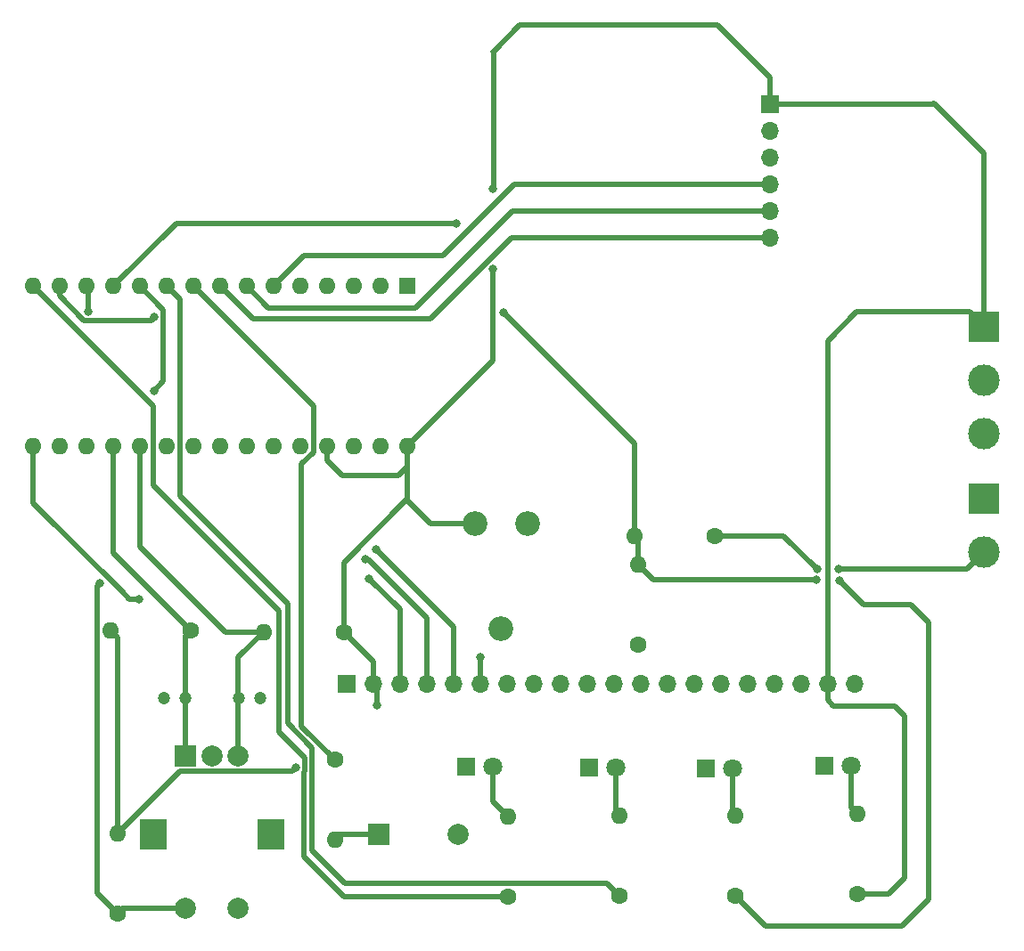
<source format=gbr>
%TF.GenerationSoftware,KiCad,Pcbnew,8.0.5*%
%TF.CreationDate,2024-12-25T22:13:30-08:00*%
%TF.ProjectId,ToastyReflowOvenPCB,546f6173-7479-4526-9566-6c6f774f7665,rev?*%
%TF.SameCoordinates,Original*%
%TF.FileFunction,Copper,L1,Top*%
%TF.FilePolarity,Positive*%
%FSLAX46Y46*%
G04 Gerber Fmt 4.6, Leading zero omitted, Abs format (unit mm)*
G04 Created by KiCad (PCBNEW 8.0.5) date 2024-12-25 22:13:30*
%MOMM*%
%LPD*%
G01*
G04 APERTURE LIST*
%TA.AperFunction,ComponentPad*%
%ADD10C,1.600000*%
%TD*%
%TA.AperFunction,ComponentPad*%
%ADD11O,1.600000X1.600000*%
%TD*%
%TA.AperFunction,ComponentPad*%
%ADD12R,2.000000X2.000000*%
%TD*%
%TA.AperFunction,ComponentPad*%
%ADD13C,2.000000*%
%TD*%
%TA.AperFunction,ComponentPad*%
%ADD14R,2.500000X3.000000*%
%TD*%
%TA.AperFunction,ComponentPad*%
%ADD15C,2.340000*%
%TD*%
%TA.AperFunction,ComponentPad*%
%ADD16R,3.000000X3.000000*%
%TD*%
%TA.AperFunction,ComponentPad*%
%ADD17C,3.000000*%
%TD*%
%TA.AperFunction,ComponentPad*%
%ADD18R,1.700000X1.700000*%
%TD*%
%TA.AperFunction,ComponentPad*%
%ADD19O,1.700000X1.700000*%
%TD*%
%TA.AperFunction,ComponentPad*%
%ADD20R,1.800000X1.800000*%
%TD*%
%TA.AperFunction,ComponentPad*%
%ADD21C,1.800000*%
%TD*%
%TA.AperFunction,ComponentPad*%
%ADD22C,1.200000*%
%TD*%
%TA.AperFunction,ComponentPad*%
%ADD23R,1.600000X1.600000*%
%TD*%
%TA.AperFunction,ViaPad*%
%ADD24C,0.800000*%
%TD*%
%TA.AperFunction,Conductor*%
%ADD25C,0.500000*%
%TD*%
G04 APERTURE END LIST*
D10*
%TO.P,R10,1*%
%TO.N,Net-(J4-Pin_2)*%
X154020000Y-101720000D03*
D11*
%TO.P,R10,2*%
%TO.N,HEATER_LED_PIN*%
X146400000Y-101720000D03*
%TD*%
D10*
%TO.P,R8,1*%
%TO.N,+5V*%
X118750000Y-110870000D03*
D11*
%TO.P,R8,2*%
%TO.N,B_DT*%
X111130000Y-110870000D03*
%TD*%
D10*
%TO.P,R7,1*%
%TO.N,A_CLK*%
X104200000Y-110740000D03*
D11*
%TO.P,R7,2*%
%TO.N,+5V*%
X96580000Y-110740000D03*
%TD*%
D12*
%TO.P,SW1,A,A*%
%TO.N,A_CLK*%
X103740000Y-122610000D03*
D13*
%TO.P,SW1,B,B*%
%TO.N,B_DT*%
X108740000Y-122610000D03*
%TO.P,SW1,C,C*%
%TO.N,GND*%
X106240000Y-122610000D03*
D14*
%TO.P,SW1,MP,MP*%
%TO.N,unconnected-(SW1-PadMP)_1*%
X100640000Y-130110000D03*
%TO.N,unconnected-(SW1-PadMP)*%
X111840000Y-130110000D03*
D13*
%TO.P,SW1,S1,S1*%
%TO.N,Encoder_Switch*%
X103740000Y-137110000D03*
%TO.P,SW1,S2,S2*%
%TO.N,GND*%
X108740000Y-137110000D03*
%TD*%
D15*
%TO.P,RV1,1,1*%
%TO.N,+5V*%
X131210000Y-100510000D03*
%TO.P,RV1,2,2*%
%TO.N,Net-(J3-Pin_3)*%
X133710000Y-110510000D03*
%TO.P,RV1,3,3*%
%TO.N,GND*%
X136210000Y-100510000D03*
%TD*%
D10*
%TO.P,R9,1*%
%TO.N,Encoder_Switch*%
X97260000Y-137590000D03*
D11*
%TO.P,R9,2*%
%TO.N,+5V*%
X97260000Y-129970000D03*
%TD*%
D10*
%TO.P,R6,1*%
%TO.N,GND*%
X146700000Y-112060000D03*
D11*
%TO.P,R6,2*%
%TO.N,HEATER_LED_PIN*%
X146700000Y-104440000D03*
%TD*%
D10*
%TO.P,R5,1*%
%TO.N,BUZZER_PIN*%
X117900000Y-122980000D03*
D11*
%TO.P,R5,2*%
%TO.N,Net-(BZ1-+)*%
X117900000Y-130600000D03*
%TD*%
D10*
%TO.P,R4,1*%
%TO.N,+5V*%
X167520000Y-135750000D03*
D11*
%TO.P,R4,2*%
%TO.N,Net-(D2-A)*%
X167520000Y-128130000D03*
%TD*%
D10*
%TO.P,R3,1*%
%TO.N,STATUS_LED_PIN*%
X144970000Y-135930000D03*
D11*
%TO.P,R3,2*%
%TO.N,Net-(D1-A)*%
X144970000Y-128310000D03*
%TD*%
D10*
%TO.P,R2,1*%
%TO.N,HEATER_LED_PIN*%
X155960000Y-135930000D03*
D11*
%TO.P,R2,2*%
%TO.N,Net-(D3-A)*%
X155960000Y-128310000D03*
%TD*%
D10*
%TO.P,R1,1*%
%TO.N,ALERT_LED_PIN*%
X134340000Y-136000000D03*
D11*
%TO.P,R1,2*%
%TO.N,Net-(D4-A)*%
X134340000Y-128380000D03*
%TD*%
D16*
%TO.P,J4,1,Pin_1*%
%TO.N,SSR-*%
X179540000Y-98200000D03*
D17*
%TO.P,J4,2,Pin_2*%
%TO.N,Net-(J4-Pin_2)*%
X179540000Y-103280000D03*
%TD*%
D18*
%TO.P,J3,1,Pin_1*%
%TO.N,GND*%
X119020000Y-115770800D03*
D19*
%TO.P,J3,2,Pin_2*%
%TO.N,+5V*%
X121560000Y-115770800D03*
%TO.P,J3,3,Pin_3*%
%TO.N,Net-(J3-Pin_3)*%
X124100000Y-115770800D03*
%TO.P,J3,4,Pin_4*%
%TO.N,LCD_SS*%
X126640000Y-115770800D03*
%TO.P,J3,5,Pin_5*%
%TO.N,LCD_SPI_MOSI*%
X129180000Y-115770800D03*
%TO.P,J3,6,Pin_6*%
%TO.N,LCD_SPI_CLK*%
X131720000Y-115770800D03*
%TO.P,J3,7,Pin_7*%
%TO.N,unconnected-(J3-Pin_7-Pad7)*%
X134260000Y-115770800D03*
%TO.P,J3,8,Pin_8*%
%TO.N,unconnected-(J3-Pin_8-Pad8)*%
X136800000Y-115770800D03*
%TO.P,J3,9,Pin_9*%
%TO.N,unconnected-(J3-Pin_9-Pad9)*%
X139340000Y-115770800D03*
%TO.P,J3,10,Pin_10*%
%TO.N,unconnected-(J3-Pin_10-Pad10)*%
X141880000Y-115770800D03*
%TO.P,J3,11,Pin_11*%
%TO.N,unconnected-(J3-Pin_11-Pad11)*%
X144420000Y-115770800D03*
%TO.P,J3,12,Pin_12*%
%TO.N,unconnected-(J3-Pin_12-Pad12)*%
X146960000Y-115770800D03*
%TO.P,J3,13,Pin_13*%
%TO.N,unconnected-(J3-Pin_13-Pad13)*%
X149500000Y-115770800D03*
%TO.P,J3,14,Pin_14*%
%TO.N,unconnected-(J3-Pin_14-Pad14)*%
X152040000Y-115770800D03*
%TO.P,J3,15,Pin_15*%
%TO.N,GND*%
X154580000Y-115770800D03*
%TO.P,J3,16,Pin_16*%
%TO.N,unconnected-(J3-Pin_16-Pad16)*%
X157120000Y-115770800D03*
%TO.P,J3,17,Pin_17*%
%TO.N,unconnected-(J3-Pin_17-Pad17)*%
X159660000Y-115770800D03*
%TO.P,J3,18,Pin_18*%
%TO.N,unconnected-(J3-Pin_18-Pad18)*%
X162200000Y-115770800D03*
%TO.P,J3,19,Pin_19*%
%TO.N,+5V*%
X164740000Y-115770800D03*
%TO.P,J3,20,Pin_20*%
%TO.N,GND*%
X167280000Y-115770800D03*
%TD*%
D16*
%TO.P,J2,1,Pin_1*%
%TO.N,+5V*%
X179600000Y-81830000D03*
D17*
%TO.P,J2,2,Pin_2*%
%TO.N,unconnected-(J2-Pin_2-Pad2)*%
X179600000Y-86910000D03*
%TO.P,J2,3,Pin_3*%
%TO.N,GND*%
X179600000Y-91990000D03*
%TD*%
D18*
%TO.P,J1,1,Pin_1*%
%TO.N,+5V*%
X159220000Y-60650000D03*
D19*
%TO.P,J1,2,Pin_2*%
%TO.N,unconnected-(J1-Pin_2-Pad2)*%
X159220000Y-63190000D03*
%TO.P,J1,3,Pin_3*%
%TO.N,GND*%
X159220000Y-65730000D03*
%TO.P,J1,4,Pin_4*%
%TO.N,SPI_MISO*%
X159220000Y-68270000D03*
%TO.P,J1,5,Pin_5*%
%TO.N,MAX31855_SS*%
X159220000Y-70810000D03*
%TO.P,J1,6,Pin_6*%
%TO.N,SPI_CLK*%
X159220000Y-73350000D03*
%TD*%
D20*
%TO.P,D4,1,K*%
%TO.N,GND*%
X130395000Y-123640000D03*
D21*
%TO.P,D4,2,A*%
%TO.N,Net-(D4-A)*%
X132935000Y-123640000D03*
%TD*%
D20*
%TO.P,D3,1,K*%
%TO.N,GND*%
X153155000Y-123830000D03*
D21*
%TO.P,D3,2,A*%
%TO.N,Net-(D3-A)*%
X155695000Y-123830000D03*
%TD*%
D20*
%TO.P,D2,1,K*%
%TO.N,GND*%
X164425000Y-123610000D03*
D21*
%TO.P,D2,2,A*%
%TO.N,Net-(D2-A)*%
X166965000Y-123610000D03*
%TD*%
D20*
%TO.P,D1,1,K*%
%TO.N,GND*%
X142075000Y-123720000D03*
D21*
%TO.P,D1,2,A*%
%TO.N,Net-(D1-A)*%
X144615000Y-123720000D03*
%TD*%
D22*
%TO.P,C2,1*%
%TO.N,GND*%
X101690000Y-117100000D03*
%TO.P,C2,2*%
%TO.N,A_CLK*%
X103690000Y-117100000D03*
%TD*%
%TO.P,C1,1*%
%TO.N,B_DT*%
X108800000Y-117100000D03*
%TO.P,C1,2*%
%TO.N,GND*%
X110800000Y-117100000D03*
%TD*%
D12*
%TO.P,BZ1,1,+*%
%TO.N,Net-(BZ1-+)*%
X122060000Y-130110000D03*
D13*
%TO.P,BZ1,2,-*%
%TO.N,GND*%
X129660000Y-130110000D03*
%TD*%
D23*
%TO.P,A1,1,D1/TX*%
%TO.N,unconnected-(A1-D1{slash}TX-Pad1)*%
X124780000Y-77980000D03*
D11*
%TO.P,A1,2,D0/RX*%
%TO.N,unconnected-(A1-D0{slash}RX-Pad2)*%
X122240000Y-77980000D03*
%TO.P,A1,3,~{RESET}*%
%TO.N,unconnected-(A1-~{RESET}-Pad3)*%
X119700000Y-77980000D03*
%TO.P,A1,4,GND*%
%TO.N,GND*%
X117160000Y-77980000D03*
%TO.P,A1,5,D2*%
%TO.N,unconnected-(A1-D2-Pad5)*%
X114620000Y-77980000D03*
%TO.P,A1,6,D3*%
%TO.N,SPI_MISO*%
X112080000Y-77980000D03*
%TO.P,A1,7,D4*%
%TO.N,MAX31855_SS*%
X109540000Y-77980000D03*
%TO.P,A1,8,D5*%
%TO.N,SPI_CLK*%
X107000000Y-77980000D03*
%TO.P,A1,9,D6*%
%TO.N,BUZZER_PIN*%
X104460000Y-77980000D03*
%TO.P,A1,10,D7*%
%TO.N,STATUS_LED_PIN*%
X101920000Y-77980000D03*
%TO.P,A1,11,D8*%
%TO.N,Encoder_Switch*%
X99380000Y-77980000D03*
%TO.P,A1,12,D9*%
%TO.N,HEATER_LED_PIN*%
X96840000Y-77980000D03*
%TO.P,A1,13,D10*%
%TO.N,LCD_SS*%
X94300000Y-77980000D03*
%TO.P,A1,14,D11*%
%TO.N,LCD_SPI_MOSI*%
X91760000Y-77980000D03*
%TO.P,A1,15,D12*%
%TO.N,ALERT_LED_PIN*%
X89220000Y-77980000D03*
%TO.P,A1,16,D13*%
%TO.N,LCD_SPI_CLK*%
X89220000Y-93220000D03*
%TO.P,A1,17,3V3*%
%TO.N,unconnected-(A1-3V3-Pad17)*%
X91760000Y-93220000D03*
%TO.P,A1,18,AREF*%
%TO.N,unconnected-(A1-AREF-Pad18)*%
X94300000Y-93220000D03*
%TO.P,A1,19,A0*%
%TO.N,A_CLK*%
X96840000Y-93220000D03*
%TO.P,A1,20,A1*%
%TO.N,B_DT*%
X99380000Y-93220000D03*
%TO.P,A1,21,A2*%
%TO.N,unconnected-(A1-A2-Pad21)*%
X101920000Y-93220000D03*
%TO.P,A1,22,A3*%
%TO.N,unconnected-(A1-A3-Pad22)*%
X104460000Y-93220000D03*
%TO.P,A1,23,A4*%
%TO.N,unconnected-(A1-A4-Pad23)*%
X107000000Y-93220000D03*
%TO.P,A1,24,A5*%
%TO.N,unconnected-(A1-A5-Pad24)*%
X109540000Y-93220000D03*
%TO.P,A1,25,A6*%
%TO.N,unconnected-(A1-A6-Pad25)*%
X112080000Y-93220000D03*
%TO.P,A1,26,A7*%
%TO.N,unconnected-(A1-A7-Pad26)*%
X114620000Y-93220000D03*
%TO.P,A1,27,+5V*%
%TO.N,+5V*%
X117160000Y-93220000D03*
%TO.P,A1,28,~{RESET}*%
%TO.N,unconnected-(A1-~{RESET}-Pad28)*%
X119700000Y-93220000D03*
%TO.P,A1,29,GND*%
%TO.N,GND*%
X122240000Y-93220000D03*
%TO.P,A1,30,VIN*%
%TO.N,+5V*%
X124780000Y-93220000D03*
%TD*%
D24*
%TO.N,HEATER_LED_PIN*%
X165850000Y-105930000D03*
X163630000Y-105890000D03*
%TO.N,Net-(J4-Pin_2)*%
X163700000Y-104880000D03*
X165780000Y-104880000D03*
%TO.N,Encoder_Switch*%
X95550000Y-106220000D03*
X100710000Y-87950000D03*
%TO.N,HEATER_LED_PIN*%
X133980000Y-80500000D03*
X129460000Y-71990000D03*
%TO.N,Net-(J3-Pin_3)*%
X121170000Y-105770000D03*
%TO.N,LCD_SPI_MOSI*%
X100780000Y-80930000D03*
X121860000Y-103040000D03*
%TO.N,LCD_SS*%
X94450000Y-80390000D03*
X120810000Y-103910000D03*
%TO.N,LCD_SPI_CLK*%
X131740000Y-113220000D03*
X99280000Y-107710000D03*
%TO.N,+5V*%
X114220000Y-123740000D03*
X121910000Y-117810000D03*
X132910000Y-68740000D03*
X132910000Y-76370000D03*
%TD*%
D25*
%TO.N,HEATER_LED_PIN*%
X174300000Y-109900000D02*
X172650000Y-108250000D01*
X174300000Y-136290000D02*
X174300000Y-109900000D01*
X171810000Y-138780000D02*
X174300000Y-136290000D01*
X158810000Y-138780000D02*
X171810000Y-138780000D01*
X168170000Y-108250000D02*
X165850000Y-105930000D01*
X155960000Y-135930000D02*
X158810000Y-138780000D01*
X172650000Y-108250000D02*
X168170000Y-108250000D01*
X148150000Y-105890000D02*
X163630000Y-105890000D01*
X146700000Y-104440000D02*
X148150000Y-105890000D01*
X146700000Y-102020000D02*
X146400000Y-101720000D01*
X146700000Y-104440000D02*
X146700000Y-102020000D01*
X146400000Y-92920000D02*
X146400000Y-101720000D01*
X133980000Y-80500000D02*
X146400000Y-92920000D01*
%TO.N,Net-(J4-Pin_2)*%
X160540000Y-101720000D02*
X154020000Y-101720000D01*
X163700000Y-104880000D02*
X160540000Y-101720000D01*
X165790000Y-104890000D02*
X165780000Y-104880000D01*
X166200000Y-104890000D02*
X165790000Y-104890000D01*
X177930000Y-104890000D02*
X166200000Y-104890000D01*
%TO.N,Encoder_Switch*%
X95330000Y-135660000D02*
X97260000Y-137590000D01*
X95330000Y-106440000D02*
X95330000Y-135660000D01*
X95550000Y-106220000D02*
X95330000Y-106440000D01*
X101630000Y-87030000D02*
X100710000Y-87950000D01*
X101630000Y-80230000D02*
X101630000Y-87030000D01*
X99380000Y-77980000D02*
X101630000Y-80230000D01*
%TO.N,+5V*%
X178200000Y-80430000D02*
X179600000Y-81830000D01*
X167500000Y-80430000D02*
X178200000Y-80430000D01*
X164740000Y-115770800D02*
X164740000Y-83190000D01*
X164740000Y-83190000D02*
X167500000Y-80430000D01*
X124780000Y-95120000D02*
X124780000Y-93220000D01*
X123960000Y-95940000D02*
X124780000Y-95120000D01*
X118590000Y-95940000D02*
X123960000Y-95940000D01*
X117160000Y-94510000D02*
X118590000Y-95940000D01*
X117160000Y-93220000D02*
X117160000Y-94510000D01*
%TO.N,HEATER_LED_PIN*%
X102830000Y-71990000D02*
X129460000Y-71990000D01*
X96840000Y-77980000D02*
X102830000Y-71990000D01*
%TO.N,Net-(J3-Pin_3)*%
X124100000Y-108700000D02*
X121170000Y-105770000D01*
X124100000Y-115770800D02*
X124100000Y-108700000D01*
%TO.N,LCD_SS*%
X121050000Y-103910000D02*
X120810000Y-103910000D01*
X126640000Y-109500000D02*
X121050000Y-103910000D01*
X126640000Y-115770800D02*
X126640000Y-109500000D01*
%TO.N,LCD_SPI_MOSI*%
X91760000Y-78910000D02*
X91760000Y-77980000D01*
X94090000Y-81240000D02*
X91760000Y-78910000D01*
X100470000Y-81240000D02*
X94090000Y-81240000D01*
X100780000Y-80930000D02*
X100470000Y-81240000D01*
X129180000Y-110360000D02*
X121860000Y-103040000D01*
X129180000Y-115770800D02*
X129180000Y-110360000D01*
%TO.N,LCD_SS*%
X94450000Y-78130000D02*
X94300000Y-77980000D01*
X94450000Y-80390000D02*
X94450000Y-78130000D01*
%TO.N,LCD_SPI_CLK*%
X131740000Y-115750800D02*
X131720000Y-115770800D01*
X131740000Y-113220000D02*
X131740000Y-115750800D01*
X98360000Y-107710000D02*
X99280000Y-107710000D01*
X97660000Y-107010000D02*
X98360000Y-107710000D01*
X89220000Y-98570000D02*
X97660000Y-107010000D01*
X89220000Y-93220000D02*
X89220000Y-98570000D01*
%TO.N,+5V*%
X164740000Y-117350000D02*
X164740000Y-115770800D01*
X165270000Y-117880000D02*
X164740000Y-117350000D01*
X171080000Y-117880000D02*
X165270000Y-117880000D01*
X172000000Y-134280000D02*
X172000000Y-118800000D01*
X170530000Y-135750000D02*
X172000000Y-134280000D01*
X172000000Y-118800000D02*
X171080000Y-117880000D01*
X167520000Y-135750000D02*
X170530000Y-135750000D01*
%TO.N,STATUS_LED_PIN*%
X103170000Y-79230000D02*
X101920000Y-77980000D01*
X103170000Y-97890000D02*
X103170000Y-79230000D01*
X113480000Y-108200000D02*
X103170000Y-97890000D01*
X113480000Y-119549950D02*
X113480000Y-108200000D01*
X115770000Y-121839950D02*
X113480000Y-119549950D01*
X118880000Y-134750000D02*
X115770000Y-131640000D01*
X143790000Y-134750000D02*
X118880000Y-134750000D01*
X115770000Y-131640000D02*
X115770000Y-121839950D01*
X144970000Y-135930000D02*
X143790000Y-134750000D01*
%TO.N,ALERT_LED_PIN*%
X100630000Y-89390000D02*
X89220000Y-77980000D01*
X100630000Y-96880000D02*
X100630000Y-89390000D01*
X115070000Y-124092082D02*
X115070000Y-122830000D01*
X114990000Y-132190000D02*
X114990000Y-124172082D01*
X114990000Y-124172082D02*
X115070000Y-124092082D01*
X112630000Y-108880000D02*
X100630000Y-96880000D01*
X118800000Y-136000000D02*
X114990000Y-132190000D01*
X112630000Y-120390000D02*
X112630000Y-108880000D01*
X115070000Y-122830000D02*
X112630000Y-120390000D01*
X134340000Y-136000000D02*
X118800000Y-136000000D01*
%TO.N,BUZZER_PIN*%
X115870000Y-93737767D02*
X115870000Y-89390000D01*
X114760000Y-94847767D02*
X115870000Y-93737767D01*
X115870000Y-89390000D02*
X104460000Y-77980000D01*
X114760000Y-119840000D02*
X114760000Y-94847767D01*
X117900000Y-122980000D02*
X114760000Y-119840000D01*
%TO.N,+5V*%
X121910000Y-116120800D02*
X121560000Y-115770800D01*
X121910000Y-117810000D02*
X121910000Y-116120800D01*
X113900000Y-124060000D02*
X114220000Y-123740000D01*
X113710000Y-124060000D02*
X113900000Y-124060000D01*
X121560000Y-116210000D02*
X121560000Y-115770800D01*
X103170000Y-124060000D02*
X113710000Y-124060000D01*
X97260000Y-129970000D02*
X103170000Y-124060000D01*
X132910000Y-68740000D02*
X132990000Y-68660000D01*
X132990000Y-68660000D02*
X132990000Y-55660000D01*
%TO.N,MAX31855_SS*%
X125560000Y-80040000D02*
X134790000Y-70810000D01*
X111600000Y-80040000D02*
X125560000Y-80040000D01*
X109540000Y-77980000D02*
X111600000Y-80040000D01*
X134790000Y-70810000D02*
X159220000Y-70810000D01*
%TO.N,SPI_CLK*%
X134727918Y-73350000D02*
X159220000Y-73350000D01*
X110110000Y-81090000D02*
X126987918Y-81090000D01*
X126987918Y-81090000D02*
X134727918Y-73350000D01*
X107000000Y-77980000D02*
X110110000Y-81090000D01*
%TO.N,SPI_MISO*%
X134950000Y-68270000D02*
X159220000Y-68270000D01*
X128170000Y-75050000D02*
X134950000Y-68270000D01*
X115010000Y-75050000D02*
X128170000Y-75050000D01*
X112080000Y-77980000D02*
X115010000Y-75050000D01*
%TO.N,+5V*%
X132920000Y-76380000D02*
X132910000Y-76370000D01*
X132920000Y-85080000D02*
X132920000Y-76380000D01*
%TO.N,Net-(BZ1-+)*%
X118390000Y-130110000D02*
X117900000Y-130600000D01*
X122060000Y-130110000D02*
X118390000Y-130110000D01*
%TO.N,Net-(D4-A)*%
X132935000Y-123640000D02*
X132935000Y-126975000D01*
X132935000Y-126975000D02*
X134340000Y-128380000D01*
%TO.N,Net-(D1-A)*%
X144615000Y-127955000D02*
X144970000Y-128310000D01*
X144615000Y-123720000D02*
X144615000Y-127955000D01*
%TO.N,Net-(D3-A)*%
X155695000Y-128045000D02*
X155960000Y-128310000D01*
X155695000Y-123830000D02*
X155695000Y-128045000D01*
%TO.N,Net-(D2-A)*%
X166965000Y-127575000D02*
X167520000Y-128130000D01*
X166965000Y-123610000D02*
X166965000Y-127575000D01*
%TO.N,Encoder_Switch*%
X97740000Y-137110000D02*
X97260000Y-137590000D01*
X103740000Y-137110000D02*
X97740000Y-137110000D01*
%TO.N,+5V*%
X97260000Y-111420000D02*
X96580000Y-110740000D01*
X97260000Y-129970000D02*
X97260000Y-111420000D01*
%TO.N,B_DT*%
X108740000Y-113260000D02*
X111130000Y-110870000D01*
X108740000Y-122610000D02*
X108740000Y-113260000D01*
%TO.N,A_CLK*%
X103740000Y-111200000D02*
X104200000Y-110740000D01*
X103740000Y-122610000D02*
X103740000Y-111200000D01*
%TO.N,B_DT*%
X107530000Y-110870000D02*
X111130000Y-110870000D01*
X99380000Y-102720000D02*
X107530000Y-110870000D01*
X99380000Y-93220000D02*
X99380000Y-102720000D01*
%TO.N,A_CLK*%
X96840000Y-103380000D02*
X104200000Y-110740000D01*
X96840000Y-93220000D02*
X96840000Y-103380000D01*
%TO.N,Net-(J4-Pin_2)*%
X177930000Y-104890000D02*
X179540000Y-103280000D01*
%TO.N,+5V*%
X121560000Y-115770800D02*
X121560000Y-113680000D01*
X121560000Y-113680000D02*
X118750000Y-110870000D01*
X118750000Y-104240000D02*
X124740000Y-98250000D01*
X118750000Y-110870000D02*
X118750000Y-104240000D01*
X124780000Y-98210000D02*
X124780000Y-93220000D01*
X127000000Y-100510000D02*
X124740000Y-98250000D01*
X124740000Y-98250000D02*
X124780000Y-98210000D01*
X131210000Y-100510000D02*
X127000000Y-100510000D01*
X132920000Y-85080000D02*
X124780000Y-93220000D01*
X135500000Y-53150000D02*
X132990000Y-55660000D01*
X154250000Y-53150000D02*
X135500000Y-53150000D01*
X159220000Y-58120000D02*
X154250000Y-53150000D01*
X132990000Y-55660000D02*
X132920000Y-55660000D01*
X159220000Y-60650000D02*
X159220000Y-58120000D01*
X179600000Y-65350000D02*
X174800000Y-60550000D01*
X174800000Y-60550000D02*
X174700000Y-60650000D01*
X179600000Y-81830000D02*
X179600000Y-65350000D01*
X174700000Y-60650000D02*
X159220000Y-60650000D01*
%TD*%
M02*

</source>
